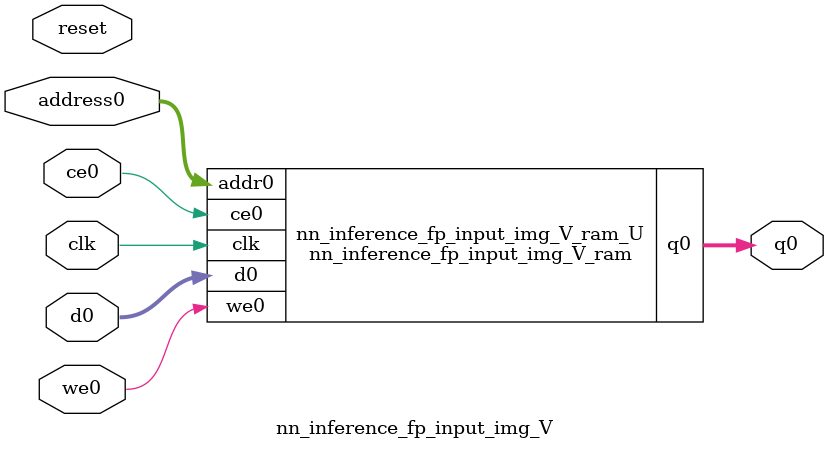
<source format=v>
`timescale 1 ns / 1 ps
module nn_inference_fp_input_img_V_ram (addr0, ce0, d0, we0, q0,  clk);

parameter DWIDTH = 32;
parameter AWIDTH = 10;
parameter MEM_SIZE = 768;

input[AWIDTH-1:0] addr0;
input ce0;
input[DWIDTH-1:0] d0;
input we0;
output reg[DWIDTH-1:0] q0;
input clk;

reg [DWIDTH-1:0] ram[0:MEM_SIZE-1];




always @(posedge clk)  
begin 
    if (ce0) begin
        if (we0) 
            ram[addr0] <= d0; 
        q0 <= ram[addr0];
    end
end


endmodule

`timescale 1 ns / 1 ps
module nn_inference_fp_input_img_V(
    reset,
    clk,
    address0,
    ce0,
    we0,
    d0,
    q0);

parameter DataWidth = 32'd32;
parameter AddressRange = 32'd768;
parameter AddressWidth = 32'd10;
input reset;
input clk;
input[AddressWidth - 1:0] address0;
input ce0;
input we0;
input[DataWidth - 1:0] d0;
output[DataWidth - 1:0] q0;



nn_inference_fp_input_img_V_ram nn_inference_fp_input_img_V_ram_U(
    .clk( clk ),
    .addr0( address0 ),
    .ce0( ce0 ),
    .we0( we0 ),
    .d0( d0 ),
    .q0( q0 ));

endmodule


</source>
